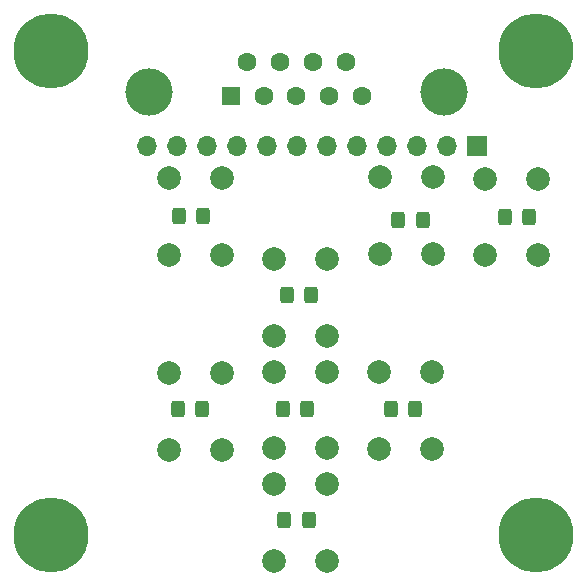
<source format=gbs>
G04 #@! TF.GenerationSoftware,KiCad,Pcbnew,(6.0.1)*
G04 #@! TF.CreationDate,2022-08-01T16:31:20-04:00*
G04 #@! TF.ProjectId,JoyPad,4a6f7950-6164-42e6-9b69-6361645f7063,X1*
G04 #@! TF.SameCoordinates,Original*
G04 #@! TF.FileFunction,Soldermask,Bot*
G04 #@! TF.FilePolarity,Negative*
%FSLAX46Y46*%
G04 Gerber Fmt 4.6, Leading zero omitted, Abs format (unit mm)*
G04 Created by KiCad (PCBNEW (6.0.1)) date 2022-08-01 16:31:20*
%MOMM*%
%LPD*%
G01*
G04 APERTURE LIST*
G04 Aperture macros list*
%AMRoundRect*
0 Rectangle with rounded corners*
0 $1 Rounding radius*
0 $2 $3 $4 $5 $6 $7 $8 $9 X,Y pos of 4 corners*
0 Add a 4 corners polygon primitive as box body*
4,1,4,$2,$3,$4,$5,$6,$7,$8,$9,$2,$3,0*
0 Add four circle primitives for the rounded corners*
1,1,$1+$1,$2,$3*
1,1,$1+$1,$4,$5*
1,1,$1+$1,$6,$7*
1,1,$1+$1,$8,$9*
0 Add four rect primitives between the rounded corners*
20,1,$1+$1,$2,$3,$4,$5,0*
20,1,$1+$1,$4,$5,$6,$7,0*
20,1,$1+$1,$6,$7,$8,$9,0*
20,1,$1+$1,$8,$9,$2,$3,0*%
G04 Aperture macros list end*
%ADD10C,4.000000*%
%ADD11R,1.600000X1.600000*%
%ADD12C,1.600000*%
%ADD13R,1.700000X1.700000*%
%ADD14O,1.700000X1.700000*%
%ADD15C,2.000000*%
%ADD16RoundRect,0.250000X-0.325000X-0.450000X0.325000X-0.450000X0.325000X0.450000X-0.325000X0.450000X0*%
%ADD17RoundRect,0.250000X0.325000X0.450000X-0.325000X0.450000X-0.325000X-0.450000X0.325000X-0.450000X0*%
%ADD18C,6.350000*%
G04 APERTURE END LIST*
D10*
X12242400Y-7472400D03*
X37242400Y-7472400D03*
D11*
X19202400Y-7772400D03*
D12*
X21972400Y-7772400D03*
X24742400Y-7772400D03*
X27512400Y-7772400D03*
X30282400Y-7772400D03*
X20587400Y-4932400D03*
X23357400Y-4932400D03*
X26127400Y-4932400D03*
X28897400Y-4932400D03*
D13*
X40000000Y-12000000D03*
D14*
X37460000Y-12000000D03*
X34920000Y-12000000D03*
X32380000Y-12000000D03*
X29840000Y-12000000D03*
X27300000Y-12000000D03*
X24760000Y-12000000D03*
X22220000Y-12000000D03*
X19680000Y-12000000D03*
X17140000Y-12000000D03*
X14600000Y-12000000D03*
X12060000Y-12000000D03*
D15*
X45212000Y-14796000D03*
X45212000Y-21296000D03*
X40712000Y-21296000D03*
X40712000Y-14796000D03*
D16*
X32706200Y-34340800D03*
X34756200Y-34340800D03*
X23714600Y-43738800D03*
X25764600Y-43738800D03*
X14723000Y-34340800D03*
X16773000Y-34340800D03*
X23613000Y-34340800D03*
X25663000Y-34340800D03*
X23917800Y-24638000D03*
X25967800Y-24638000D03*
D17*
X44408200Y-18034000D03*
X42358200Y-18034000D03*
X35416600Y-18338800D03*
X33366600Y-18338800D03*
D16*
X14773800Y-17983200D03*
X16823800Y-17983200D03*
D15*
X13955200Y-37744400D03*
X13955200Y-31244400D03*
X18455200Y-31244400D03*
X18455200Y-37744400D03*
X22809200Y-37642800D03*
X22809200Y-31142800D03*
X27309200Y-31142800D03*
X27309200Y-37642800D03*
X31750000Y-37693600D03*
X31750000Y-31193600D03*
X36250000Y-31193600D03*
X36250000Y-37693600D03*
X22845200Y-40692000D03*
X22845200Y-47192000D03*
X27345200Y-47192000D03*
X27345200Y-40692000D03*
X22845200Y-21591200D03*
X22845200Y-28091200D03*
X27345200Y-21591200D03*
X27345200Y-28091200D03*
X36322000Y-14668000D03*
X36322000Y-21168000D03*
X31822000Y-21168000D03*
X31822000Y-14668000D03*
X13970000Y-21272000D03*
X13970000Y-14772000D03*
X18470000Y-21272000D03*
X18470000Y-14772000D03*
D18*
X4000000Y-4000000D03*
X45000000Y-4000000D03*
X4000000Y-45000000D03*
X45000000Y-45000000D03*
M02*

</source>
